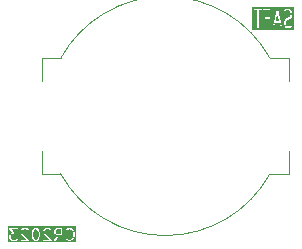
<source format=gbr>
%TF.GenerationSoftware,KiCad,Pcbnew,8.0.3*%
%TF.CreationDate,2024-07-13T07:38:14+02:00*%
%TF.ProjectId,BLESEN,424c4553-454e-42e6-9b69-6361645f7063,rev?*%
%TF.SameCoordinates,Original*%
%TF.FileFunction,Legend,Bot*%
%TF.FilePolarity,Positive*%
%FSLAX46Y46*%
G04 Gerber Fmt 4.6, Leading zero omitted, Abs format (unit mm)*
G04 Created by KiCad (PCBNEW 8.0.3) date 2024-07-13 07:38:14*
%MOMM*%
%LPD*%
G01*
G04 APERTURE LIST*
%ADD10C,0.125000*%
%ADD11C,0.150000*%
%ADD12C,0.120000*%
%ADD13R,1.350000X1.350000*%
%ADD14O,1.350000X1.350000*%
%ADD15C,2.200000*%
%ADD16C,0.990600*%
%ADD17R,2.600000X5.560000*%
%ADD18C,17.800000*%
G04 APERTURE END LIST*
D10*
G36*
X133037961Y-99213027D02*
G01*
X133074816Y-99246230D01*
X133116441Y-99322402D01*
X133116653Y-99326753D01*
X133163300Y-99497574D01*
X133162406Y-99502071D01*
X133166373Y-99720559D01*
X133164272Y-99725008D01*
X133124951Y-99898095D01*
X133121385Y-99902691D01*
X133085379Y-99981790D01*
X133052172Y-100018649D01*
X132978417Y-100058954D01*
X132911624Y-100061621D01*
X132840424Y-100029210D01*
X132803567Y-99996005D01*
X132761942Y-99919834D01*
X132761731Y-99915483D01*
X132715083Y-99744662D01*
X132715978Y-99740166D01*
X132712010Y-99521677D01*
X132714112Y-99517229D01*
X132753432Y-99344141D01*
X132756999Y-99339546D01*
X132793005Y-99260444D01*
X132826208Y-99223589D01*
X132899966Y-99183283D01*
X132966759Y-99180616D01*
X133037961Y-99213027D01*
G37*
G36*
X135069314Y-99583137D02*
G01*
X134906720Y-99585048D01*
X134905092Y-99583908D01*
X134898054Y-99585149D01*
X134771421Y-99586638D01*
X134697565Y-99553019D01*
X134660710Y-99519816D01*
X134620505Y-99446243D01*
X134617265Y-99332683D01*
X134650148Y-99260444D01*
X134683351Y-99223589D01*
X134756667Y-99183525D01*
X135067441Y-99179873D01*
X135069314Y-99583137D01*
G37*
G36*
X136350898Y-100294730D02*
G01*
X130575105Y-100294730D01*
X130575105Y-99692547D01*
X130686216Y-99692547D01*
X130690400Y-99922991D01*
X130686374Y-99935072D01*
X130690921Y-99951681D01*
X130690974Y-99954560D01*
X130691987Y-99955573D01*
X130692814Y-99958593D01*
X130738592Y-100042365D01*
X130738592Y-100049797D01*
X130752140Y-100070074D01*
X130755278Y-100072901D01*
X130755385Y-100073096D01*
X130755558Y-100073153D01*
X130794738Y-100108451D01*
X130796738Y-100114450D01*
X130816003Y-100129402D01*
X130820026Y-100131233D01*
X130820036Y-100131242D01*
X130820045Y-100131242D01*
X130907434Y-100171021D01*
X130915274Y-100178861D01*
X130931939Y-100182176D01*
X130934762Y-100183461D01*
X130936120Y-100183008D01*
X130939192Y-100183619D01*
X131217002Y-100179349D01*
X131229336Y-100183461D01*
X131245976Y-100178904D01*
X131248824Y-100178861D01*
X131249837Y-100177847D01*
X131252857Y-100177021D01*
X131336630Y-100131242D01*
X131344062Y-100131242D01*
X131364339Y-100117694D01*
X131367165Y-100114556D01*
X131367360Y-100114450D01*
X131367417Y-100114276D01*
X131425505Y-100049797D01*
X131425505Y-100001962D01*
X131391679Y-99968138D01*
X131343845Y-99968138D01*
X131323568Y-99981686D01*
X131290267Y-100018649D01*
X131216900Y-100058742D01*
X130961538Y-100062666D01*
X130888043Y-100029210D01*
X130851186Y-99996005D01*
X130811069Y-99922594D01*
X130807293Y-99714621D01*
X130840624Y-99641396D01*
X130873827Y-99604541D01*
X130947400Y-99564336D01*
X131087868Y-99560329D01*
X131102072Y-99561276D01*
X131103669Y-99559878D01*
X131105967Y-99559813D01*
X131121524Y-99544255D01*
X131138073Y-99529776D01*
X131138220Y-99527559D01*
X131139791Y-99525989D01*
X131139791Y-99503998D01*
X131141254Y-99482048D01*
X131139791Y-99479507D01*
X131139791Y-99478153D01*
X131137952Y-99476314D01*
X131129085Y-99460915D01*
X130996046Y-99311595D01*
X131638597Y-99311595D01*
X131641966Y-99395978D01*
X131638755Y-99402402D01*
X131641804Y-99426597D01*
X131690974Y-99561712D01*
X131690974Y-99573607D01*
X131700480Y-99587834D01*
X131701501Y-99590640D01*
X131702782Y-99591280D01*
X131704522Y-99593884D01*
X132175683Y-100059688D01*
X131677179Y-100063377D01*
X131643355Y-100097201D01*
X131643355Y-100145037D01*
X131677179Y-100178861D01*
X131701097Y-100183619D01*
X132344062Y-100178861D01*
X132377886Y-100145037D01*
X132377886Y-100097201D01*
X132377883Y-100097198D01*
X132364338Y-100076925D01*
X131806301Y-99525234D01*
X131797872Y-99502071D01*
X132590978Y-99502071D01*
X132595032Y-99725344D01*
X132591659Y-99730967D01*
X132592844Y-99755324D01*
X132640499Y-99929837D01*
X132638755Y-99935072D01*
X132645195Y-99958593D01*
X132690973Y-100042365D01*
X132690973Y-100049797D01*
X132704521Y-100070074D01*
X132707659Y-100072901D01*
X132707766Y-100073096D01*
X132707939Y-100073153D01*
X132747119Y-100108451D01*
X132749119Y-100114450D01*
X132768384Y-100129402D01*
X132772407Y-100131233D01*
X132772417Y-100131242D01*
X132772426Y-100131242D01*
X132859815Y-100171021D01*
X132867655Y-100178861D01*
X132884320Y-100182176D01*
X132887143Y-100183461D01*
X132888501Y-100183008D01*
X132891573Y-100183619D01*
X132981001Y-100180048D01*
X132991241Y-100183461D01*
X133007582Y-100178986D01*
X133010729Y-100178861D01*
X133011742Y-100177847D01*
X133014762Y-100177021D01*
X133098535Y-100131242D01*
X133105967Y-100131242D01*
X133126244Y-100117694D01*
X133129070Y-100114556D01*
X133129265Y-100114450D01*
X133129322Y-100114276D01*
X133164619Y-100075095D01*
X133170618Y-100073096D01*
X133185570Y-100053831D01*
X133187402Y-100049805D01*
X133187410Y-100049797D01*
X133187410Y-100049788D01*
X133223658Y-99970157D01*
X133227504Y-99967850D01*
X133237921Y-99945800D01*
X133278188Y-99768543D01*
X133282648Y-99764084D01*
X133287406Y-99740166D01*
X133283351Y-99516892D01*
X133286725Y-99511270D01*
X133285540Y-99486912D01*
X133237884Y-99312399D01*
X133238152Y-99311595D01*
X133543359Y-99311595D01*
X133546728Y-99395978D01*
X133543517Y-99402402D01*
X133546566Y-99426597D01*
X133595736Y-99561712D01*
X133595736Y-99573607D01*
X133605242Y-99587834D01*
X133606263Y-99590640D01*
X133607544Y-99591280D01*
X133609284Y-99593884D01*
X134080445Y-100059688D01*
X133581941Y-100063377D01*
X133548117Y-100097201D01*
X133548117Y-100145037D01*
X133581941Y-100178861D01*
X133605859Y-100183619D01*
X134248824Y-100178861D01*
X134282648Y-100145037D01*
X134282648Y-100097201D01*
X134282645Y-100097198D01*
X134269100Y-100076925D01*
X133711063Y-99525234D01*
X133668223Y-99407513D01*
X133668359Y-99406833D01*
X133665356Y-99331646D01*
X133674483Y-99311595D01*
X134495740Y-99311595D01*
X134499623Y-99447705D01*
X134495898Y-99458882D01*
X134500412Y-99475370D01*
X134500498Y-99478370D01*
X134501511Y-99479383D01*
X134502338Y-99482403D01*
X134548117Y-99566177D01*
X134548117Y-99573607D01*
X134561665Y-99593884D01*
X134564801Y-99596710D01*
X134564909Y-99596906D01*
X134565084Y-99596964D01*
X134604262Y-99632259D01*
X134606262Y-99638259D01*
X134625527Y-99653211D01*
X134629552Y-99655043D01*
X134629561Y-99655051D01*
X134629569Y-99655051D01*
X134716958Y-99694830D01*
X134724798Y-99702670D01*
X134741463Y-99705985D01*
X134744286Y-99707270D01*
X134745644Y-99706817D01*
X134748716Y-99707428D01*
X134772873Y-99707144D01*
X134497220Y-100107601D01*
X134505533Y-100154707D01*
X134544722Y-100182139D01*
X134591828Y-100173826D01*
X134609442Y-100156960D01*
X134920264Y-99705411D01*
X135069874Y-99703653D01*
X135071926Y-100145037D01*
X135105750Y-100178861D01*
X135153586Y-100178861D01*
X135187410Y-100145037D01*
X135192168Y-100121119D01*
X135191837Y-100049797D01*
X135500497Y-100049797D01*
X135514045Y-100070074D01*
X135560526Y-100111949D01*
X135564909Y-100120715D01*
X135579470Y-100129016D01*
X135581941Y-100131242D01*
X135583374Y-100131242D01*
X135586095Y-100132793D01*
X135719058Y-100173121D01*
X135724798Y-100178861D01*
X135748716Y-100183619D01*
X135753091Y-100183444D01*
X135753147Y-100183461D01*
X135753188Y-100183440D01*
X135833099Y-100180249D01*
X135839523Y-100183461D01*
X135863718Y-100180412D01*
X135998834Y-100131242D01*
X136010728Y-100131242D01*
X136024955Y-100121735D01*
X136027761Y-100120715D01*
X136028401Y-100119433D01*
X136031005Y-100117694D01*
X136115494Y-100027978D01*
X136122999Y-100025477D01*
X136137951Y-100006212D01*
X136139782Y-100002187D01*
X136139792Y-100002178D01*
X136139792Y-100002167D01*
X136176039Y-99922538D01*
X136179885Y-99920231D01*
X136190302Y-99898181D01*
X136230569Y-99720924D01*
X136235029Y-99716465D01*
X136239787Y-99692547D01*
X136236115Y-99563872D01*
X136239106Y-99558889D01*
X136237921Y-99534531D01*
X136190265Y-99360018D01*
X136192010Y-99354784D01*
X136185570Y-99331263D01*
X136139791Y-99247488D01*
X136139791Y-99240059D01*
X136126243Y-99219782D01*
X136032971Y-99131943D01*
X136027761Y-99121523D01*
X136012925Y-99113065D01*
X136010728Y-99110996D01*
X136009296Y-99110996D01*
X136006575Y-99109445D01*
X135873611Y-99069116D01*
X135867872Y-99063377D01*
X135843954Y-99058619D01*
X135839578Y-99058793D01*
X135839523Y-99058777D01*
X135839481Y-99058797D01*
X135759570Y-99061988D01*
X135753147Y-99058777D01*
X135728951Y-99061826D01*
X135593836Y-99110996D01*
X135581942Y-99110996D01*
X135567714Y-99120502D01*
X135564909Y-99121523D01*
X135564268Y-99122804D01*
X135561665Y-99124544D01*
X135500498Y-99192440D01*
X135500498Y-99240274D01*
X135534323Y-99274099D01*
X135582157Y-99274099D01*
X135602434Y-99260551D01*
X135634710Y-99224724D01*
X135748035Y-99183483D01*
X135748716Y-99183619D01*
X135824753Y-99180582D01*
X135947942Y-99217946D01*
X136026024Y-99291481D01*
X136026147Y-99291927D01*
X136068822Y-99370021D01*
X136069034Y-99374372D01*
X136115681Y-99545193D01*
X136114787Y-99549690D01*
X136118328Y-99673841D01*
X136116653Y-99677389D01*
X136077332Y-99850476D01*
X136073766Y-99855072D01*
X136037763Y-99934164D01*
X135959953Y-100016788D01*
X135844634Y-100058754D01*
X135843954Y-100058619D01*
X135767916Y-100061655D01*
X135644365Y-100024181D01*
X135582158Y-99968138D01*
X135534323Y-99968137D01*
X135500498Y-100001962D01*
X135500497Y-100049797D01*
X135191837Y-100049797D01*
X135187410Y-99097201D01*
X135153586Y-99063377D01*
X135129668Y-99058619D01*
X134756952Y-99062999D01*
X134744286Y-99058777D01*
X134727605Y-99063344D01*
X134724798Y-99063377D01*
X134723784Y-99064390D01*
X134720765Y-99065217D01*
X134636991Y-99110996D01*
X134629561Y-99110996D01*
X134609284Y-99124544D01*
X134606457Y-99127680D01*
X134606262Y-99127788D01*
X134606203Y-99127963D01*
X134570908Y-99167141D01*
X134564909Y-99169141D01*
X134549957Y-99188406D01*
X134548124Y-99192431D01*
X134548117Y-99192440D01*
X134548117Y-99192448D01*
X134508337Y-99279837D01*
X134500498Y-99287677D01*
X134497182Y-99304342D01*
X134495898Y-99307165D01*
X134496350Y-99308523D01*
X134495740Y-99311595D01*
X133674483Y-99311595D01*
X133697767Y-99260444D01*
X133730970Y-99223589D01*
X133804382Y-99183472D01*
X134012355Y-99179696D01*
X134085580Y-99213027D01*
X134153370Y-99274099D01*
X134201204Y-99274099D01*
X134235029Y-99240274D01*
X134235029Y-99192440D01*
X134221481Y-99172163D01*
X134178883Y-99133787D01*
X134176884Y-99127788D01*
X134157619Y-99112836D01*
X134153593Y-99111003D01*
X134153585Y-99110996D01*
X134153577Y-99110996D01*
X134066187Y-99071216D01*
X134058348Y-99063377D01*
X134041682Y-99060061D01*
X134038860Y-99058777D01*
X134037501Y-99059229D01*
X134034430Y-99058619D01*
X133803985Y-99062803D01*
X133791905Y-99058777D01*
X133775295Y-99063324D01*
X133772417Y-99063377D01*
X133771403Y-99064390D01*
X133768384Y-99065217D01*
X133684610Y-99110996D01*
X133677180Y-99110996D01*
X133656903Y-99124544D01*
X133654076Y-99127680D01*
X133653881Y-99127788D01*
X133653822Y-99127963D01*
X133618527Y-99167141D01*
X133612528Y-99169141D01*
X133597576Y-99188406D01*
X133595743Y-99192431D01*
X133595736Y-99192440D01*
X133595736Y-99192448D01*
X133555956Y-99279837D01*
X133548117Y-99287677D01*
X133544801Y-99304342D01*
X133543517Y-99307165D01*
X133543969Y-99308523D01*
X133543359Y-99311595D01*
X133238152Y-99311595D01*
X133239629Y-99307165D01*
X133233189Y-99283644D01*
X133187410Y-99199869D01*
X133187410Y-99192440D01*
X133173862Y-99172163D01*
X133170725Y-99169336D01*
X133170618Y-99169141D01*
X133170442Y-99169082D01*
X133131264Y-99133787D01*
X133129265Y-99127788D01*
X133110000Y-99112836D01*
X133105974Y-99111003D01*
X133105966Y-99110996D01*
X133105958Y-99110996D01*
X133018568Y-99071216D01*
X133010729Y-99063377D01*
X132994063Y-99060061D01*
X132991241Y-99058777D01*
X132989882Y-99059229D01*
X132986811Y-99058619D01*
X132897382Y-99062189D01*
X132887143Y-99058777D01*
X132870801Y-99063251D01*
X132867655Y-99063377D01*
X132866641Y-99064390D01*
X132863622Y-99065217D01*
X132779848Y-99110996D01*
X132772418Y-99110996D01*
X132752141Y-99124544D01*
X132749314Y-99127680D01*
X132749119Y-99127788D01*
X132749060Y-99127963D01*
X132713765Y-99167141D01*
X132707766Y-99169141D01*
X132692814Y-99188406D01*
X132690981Y-99192431D01*
X132690974Y-99192440D01*
X132690974Y-99192448D01*
X132654725Y-99272079D01*
X132650880Y-99274387D01*
X132640463Y-99296437D01*
X132600195Y-99473693D01*
X132595736Y-99478153D01*
X132590978Y-99502071D01*
X131797872Y-99502071D01*
X131763461Y-99407513D01*
X131763597Y-99406833D01*
X131760594Y-99331646D01*
X131793005Y-99260444D01*
X131826208Y-99223589D01*
X131899620Y-99183472D01*
X132107593Y-99179696D01*
X132180818Y-99213027D01*
X132248608Y-99274099D01*
X132296442Y-99274099D01*
X132330267Y-99240274D01*
X132330267Y-99192440D01*
X132316719Y-99172163D01*
X132274121Y-99133787D01*
X132272122Y-99127788D01*
X132252857Y-99112836D01*
X132248831Y-99111003D01*
X132248823Y-99110996D01*
X132248815Y-99110996D01*
X132161425Y-99071216D01*
X132153586Y-99063377D01*
X132136920Y-99060061D01*
X132134098Y-99058777D01*
X132132739Y-99059229D01*
X132129668Y-99058619D01*
X131899223Y-99062803D01*
X131887143Y-99058777D01*
X131870533Y-99063324D01*
X131867655Y-99063377D01*
X131866641Y-99064390D01*
X131863622Y-99065217D01*
X131779848Y-99110996D01*
X131772418Y-99110996D01*
X131752141Y-99124544D01*
X131749314Y-99127680D01*
X131749119Y-99127788D01*
X131749060Y-99127963D01*
X131713765Y-99167141D01*
X131707766Y-99169141D01*
X131692814Y-99188406D01*
X131690981Y-99192431D01*
X131690974Y-99192440D01*
X131690974Y-99192448D01*
X131651194Y-99279837D01*
X131643355Y-99287677D01*
X131640039Y-99304342D01*
X131638755Y-99307165D01*
X131639207Y-99308523D01*
X131638597Y-99311595D01*
X130996046Y-99311595D01*
X130881149Y-99182638D01*
X131391681Y-99178861D01*
X131425505Y-99145037D01*
X131425505Y-99097201D01*
X131391681Y-99063377D01*
X131367763Y-99058619D01*
X130748061Y-99063204D01*
X130728693Y-99061914D01*
X130727039Y-99063360D01*
X130724798Y-99063377D01*
X130709240Y-99078934D01*
X130692692Y-99093414D01*
X130692544Y-99095630D01*
X130690974Y-99097201D01*
X130690974Y-99119191D01*
X130689511Y-99141142D01*
X130690974Y-99143682D01*
X130690974Y-99145037D01*
X130692812Y-99146875D01*
X130701680Y-99162276D01*
X130952046Y-99443279D01*
X130945937Y-99443454D01*
X130934762Y-99439729D01*
X130918273Y-99444243D01*
X130915274Y-99444329D01*
X130914260Y-99445342D01*
X130911241Y-99446169D01*
X130827467Y-99491948D01*
X130820037Y-99491948D01*
X130799760Y-99505496D01*
X130796933Y-99508632D01*
X130796738Y-99508740D01*
X130796679Y-99508915D01*
X130761384Y-99548093D01*
X130755385Y-99550093D01*
X130740433Y-99569358D01*
X130738600Y-99573383D01*
X130738593Y-99573392D01*
X130738593Y-99573400D01*
X130698813Y-99660789D01*
X130690974Y-99668629D01*
X130687658Y-99685294D01*
X130686374Y-99688117D01*
X130686826Y-99689475D01*
X130686216Y-99692547D01*
X130575105Y-99692547D01*
X130575105Y-98947508D01*
X136350898Y-98947508D01*
X136350898Y-100294730D01*
G37*
D11*
G36*
X153540978Y-81580328D02*
G01*
X153250008Y-81581182D01*
X153394950Y-80926072D01*
X153540978Y-81580328D01*
G37*
G36*
X154827506Y-82325295D02*
G01*
X151202756Y-82325295D01*
X151202756Y-80568996D01*
X151369423Y-80568996D01*
X151369423Y-80598260D01*
X151380622Y-80625296D01*
X151401314Y-80645988D01*
X151428350Y-80657187D01*
X151442982Y-80658628D01*
X151653766Y-80658109D01*
X151655137Y-82098260D01*
X151666336Y-82125296D01*
X151687028Y-82145988D01*
X151714064Y-82157187D01*
X151743328Y-82157187D01*
X151770364Y-82145988D01*
X151791056Y-82125296D01*
X151802255Y-82098260D01*
X151803696Y-82083628D01*
X151802339Y-80657744D01*
X152029042Y-80657187D01*
X152056078Y-80645988D01*
X152076770Y-80625296D01*
X152087969Y-80598260D01*
X152087969Y-80568996D01*
X152178947Y-80568996D01*
X152178947Y-80598260D01*
X152190146Y-80625296D01*
X152210838Y-80645988D01*
X152237874Y-80657187D01*
X152252506Y-80658628D01*
X152653766Y-80657449D01*
X152654304Y-81223222D01*
X152380731Y-81224355D01*
X152353695Y-81235554D01*
X152333003Y-81256246D01*
X152321804Y-81283282D01*
X152321804Y-81312546D01*
X152333003Y-81339582D01*
X152353695Y-81360274D01*
X152380731Y-81371473D01*
X152395363Y-81372914D01*
X152654445Y-81371841D01*
X152655137Y-82098260D01*
X152666336Y-82125296D01*
X152687028Y-82145988D01*
X152714064Y-82157187D01*
X152743328Y-82157187D01*
X152770364Y-82145988D01*
X152791056Y-82125296D01*
X152802255Y-82098260D01*
X152803696Y-82083628D01*
X152803694Y-82081954D01*
X152987049Y-82081954D01*
X152992116Y-82110776D01*
X153007826Y-82135464D01*
X153031789Y-82152261D01*
X153060356Y-82158609D01*
X153089178Y-82153542D01*
X153113866Y-82137832D01*
X153130663Y-82113869D01*
X153135244Y-82099898D01*
X153217109Y-81729881D01*
X153574124Y-81728833D01*
X153660063Y-82113869D01*
X153676860Y-82137832D01*
X153701548Y-82153542D01*
X153730370Y-82158610D01*
X153758937Y-82152262D01*
X153782900Y-82135464D01*
X153798610Y-82110776D01*
X153803678Y-82081955D01*
X153801910Y-82067359D01*
X153709886Y-81655057D01*
X153939411Y-81655057D01*
X153940712Y-81797274D01*
X153940000Y-81807294D01*
X153940837Y-81810977D01*
X153940852Y-81812546D01*
X153941610Y-81814377D01*
X153943260Y-81821631D01*
X153991015Y-81960838D01*
X153992709Y-81969399D01*
X153996195Y-81975939D01*
X153996873Y-81977913D01*
X153997846Y-81979035D01*
X153999626Y-81982373D01*
X154049145Y-82054392D01*
X154053808Y-82062268D01*
X154055840Y-82064130D01*
X154056561Y-82065178D01*
X154058134Y-82066231D01*
X154064649Y-82072200D01*
X154157564Y-82140333D01*
X154163219Y-82145988D01*
X154167945Y-82147945D01*
X154172457Y-82151254D01*
X154181566Y-82153587D01*
X154190255Y-82157187D01*
X154198959Y-82158044D01*
X154200805Y-82158517D01*
X154202010Y-82158344D01*
X154204887Y-82158628D01*
X154431491Y-82157335D01*
X154433601Y-82158039D01*
X154444543Y-82157261D01*
X154457614Y-82157187D01*
X154460103Y-82156155D01*
X154462791Y-82155965D01*
X154476523Y-82150710D01*
X154631823Y-82071450D01*
X154650996Y-82049342D01*
X154660250Y-82021581D01*
X154658176Y-81992391D01*
X154645089Y-81966216D01*
X154622981Y-81947043D01*
X154595220Y-81937789D01*
X154566030Y-81939863D01*
X154552298Y-81945118D01*
X154427687Y-82008715D01*
X154231079Y-82009836D01*
X154166443Y-81962439D01*
X154131133Y-81911084D01*
X154089331Y-81789231D01*
X154088245Y-81670484D01*
X154127595Y-81548908D01*
X154162678Y-81494612D01*
X154237657Y-81437104D01*
X154418511Y-81367917D01*
X154427793Y-81365540D01*
X154433024Y-81362365D01*
X154434891Y-81361652D01*
X154436167Y-81360459D01*
X154440363Y-81357914D01*
X154535483Y-81284957D01*
X154543689Y-81279463D01*
X154545447Y-81277315D01*
X154546442Y-81276553D01*
X154547406Y-81274923D01*
X154553005Y-81268088D01*
X154598133Y-81198246D01*
X154603377Y-81192200D01*
X154606366Y-81185503D01*
X154607541Y-81183686D01*
X154607829Y-81182226D01*
X154609371Y-81178774D01*
X154655520Y-81036192D01*
X154659398Y-81026832D01*
X154659768Y-81023068D01*
X154660250Y-81021581D01*
X154660109Y-81019606D01*
X154660839Y-81012200D01*
X154659537Y-80869980D01*
X154660250Y-80859961D01*
X154659412Y-80856277D01*
X154659398Y-80854710D01*
X154658639Y-80852879D01*
X154656990Y-80845624D01*
X154609234Y-80706416D01*
X154607541Y-80697856D01*
X154604054Y-80691315D01*
X154603377Y-80689342D01*
X154602403Y-80688219D01*
X154600624Y-80684882D01*
X154551105Y-80612865D01*
X154546442Y-80604989D01*
X154544409Y-80603127D01*
X154543689Y-80602079D01*
X154542115Y-80601025D01*
X154535601Y-80595057D01*
X154442685Y-80526922D01*
X154437031Y-80521268D01*
X154432304Y-80519310D01*
X154427793Y-80516002D01*
X154418683Y-80513668D01*
X154409995Y-80510069D01*
X154401290Y-80509211D01*
X154399445Y-80508739D01*
X154398239Y-80508911D01*
X154395363Y-80508628D01*
X154168757Y-80509920D01*
X154166648Y-80509217D01*
X154155705Y-80509994D01*
X154142636Y-80510069D01*
X154140147Y-80511099D01*
X154137458Y-80511291D01*
X154123727Y-80516546D01*
X153968427Y-80595808D01*
X153949254Y-80617915D01*
X153940000Y-80645676D01*
X153942074Y-80674867D01*
X153955162Y-80701041D01*
X153977269Y-80720214D01*
X154005030Y-80729468D01*
X154034221Y-80727394D01*
X154047952Y-80722139D01*
X154172563Y-80658540D01*
X154369170Y-80657419D01*
X154433804Y-80704815D01*
X154469116Y-80756171D01*
X154510918Y-80878023D01*
X154512004Y-80996772D01*
X154472655Y-81118345D01*
X154437570Y-81172644D01*
X154362592Y-81230151D01*
X154181735Y-81299338D01*
X154172457Y-81301716D01*
X154167226Y-81304889D01*
X154165358Y-81305604D01*
X154164079Y-81306798D01*
X154159887Y-81309342D01*
X154064768Y-81382296D01*
X154056561Y-81387793D01*
X154054802Y-81389940D01*
X154053808Y-81390703D01*
X154052842Y-81392333D01*
X154047245Y-81399169D01*
X154002116Y-81469012D01*
X153996873Y-81475058D01*
X153993882Y-81481755D01*
X153992709Y-81483572D01*
X153992420Y-81485030D01*
X153990879Y-81488483D01*
X153944730Y-81631061D01*
X153940852Y-81640425D01*
X153940481Y-81644190D01*
X153940000Y-81645677D01*
X153940140Y-81647651D01*
X153939411Y-81655057D01*
X153709886Y-81655057D01*
X153707017Y-81642205D01*
X153707017Y-81640425D01*
X153706155Y-81638344D01*
X153467470Y-80568953D01*
X153465277Y-80556480D01*
X153464367Y-80555050D01*
X153463996Y-80553387D01*
X153456540Y-80542751D01*
X153449567Y-80531792D01*
X153448174Y-80530816D01*
X153447199Y-80529424D01*
X153436248Y-80522455D01*
X153425604Y-80514994D01*
X153423942Y-80514624D01*
X153422511Y-80513714D01*
X153409740Y-80511468D01*
X153397037Y-80508646D01*
X153395360Y-80508940D01*
X153393689Y-80508647D01*
X153381016Y-80511463D01*
X153368215Y-80513714D01*
X153366781Y-80514626D01*
X153365122Y-80514995D01*
X153354486Y-80522450D01*
X153343527Y-80529424D01*
X153342551Y-80530816D01*
X153341159Y-80531792D01*
X153334185Y-80542751D01*
X153326730Y-80553387D01*
X153325999Y-80555614D01*
X153325449Y-80556480D01*
X153325140Y-80558234D01*
X153322149Y-80567358D01*
X153085913Y-81635103D01*
X153083709Y-81640425D01*
X153083709Y-81645066D01*
X152987049Y-82081954D01*
X152803694Y-82081954D01*
X152802255Y-80568996D01*
X152791056Y-80541960D01*
X152770364Y-80521268D01*
X152743328Y-80510069D01*
X152728696Y-80508628D01*
X152237874Y-80510069D01*
X152210838Y-80521268D01*
X152190146Y-80541960D01*
X152178947Y-80568996D01*
X152087969Y-80568996D01*
X152076770Y-80541960D01*
X152056078Y-80521268D01*
X152029042Y-80510069D01*
X152014410Y-80508628D01*
X151428350Y-80510069D01*
X151401314Y-80521268D01*
X151380622Y-80541960D01*
X151369423Y-80568996D01*
X151202756Y-80568996D01*
X151202756Y-80341961D01*
X154827506Y-80341961D01*
X154827506Y-82325295D01*
G37*
D12*
%TO.C,BT1*%
X133430000Y-84715000D02*
X133430000Y-86600000D01*
X133430000Y-94485000D02*
X133430000Y-92600000D01*
X135037090Y-84715000D02*
X133430000Y-84715000D01*
X135037090Y-94485000D02*
X133430000Y-94485000D01*
X152762910Y-84715000D02*
X154370000Y-84715000D01*
X152762910Y-94485000D02*
X154370000Y-94485000D01*
X154370000Y-84715000D02*
X154370000Y-86600000D01*
X154370000Y-94485000D02*
X154370000Y-92600000D01*
X135037090Y-84715000D02*
G75*
G02*
X152762910Y-84715000I8862910J-4885000D01*
G01*
X152762910Y-94485000D02*
G75*
G02*
X135034979Y-94481168I-8862910J4884999D01*
G01*
%TD*%
%LPC*%
D13*
%TO.C,J3*%
X147600000Y-100600000D03*
D14*
X145600000Y-100600000D03*
X143600000Y-100600000D03*
X141600000Y-100600000D03*
%TD*%
D15*
%TO.C,H4*%
X155000000Y-79000000D03*
%TD*%
%TO.C,H2*%
X155000000Y-100000000D03*
%TD*%
%TO.C,H3*%
X137800000Y-99820000D03*
%TD*%
D16*
%TO.C,J1*%
X131000000Y-78460000D03*
X132016000Y-83540000D03*
X129984000Y-83540000D03*
%TD*%
D17*
%TO.C,BT1*%
X155805000Y-89600000D03*
X131995000Y-89600000D03*
D18*
X143900000Y-89600000D03*
%TD*%
%LPD*%
M02*

</source>
